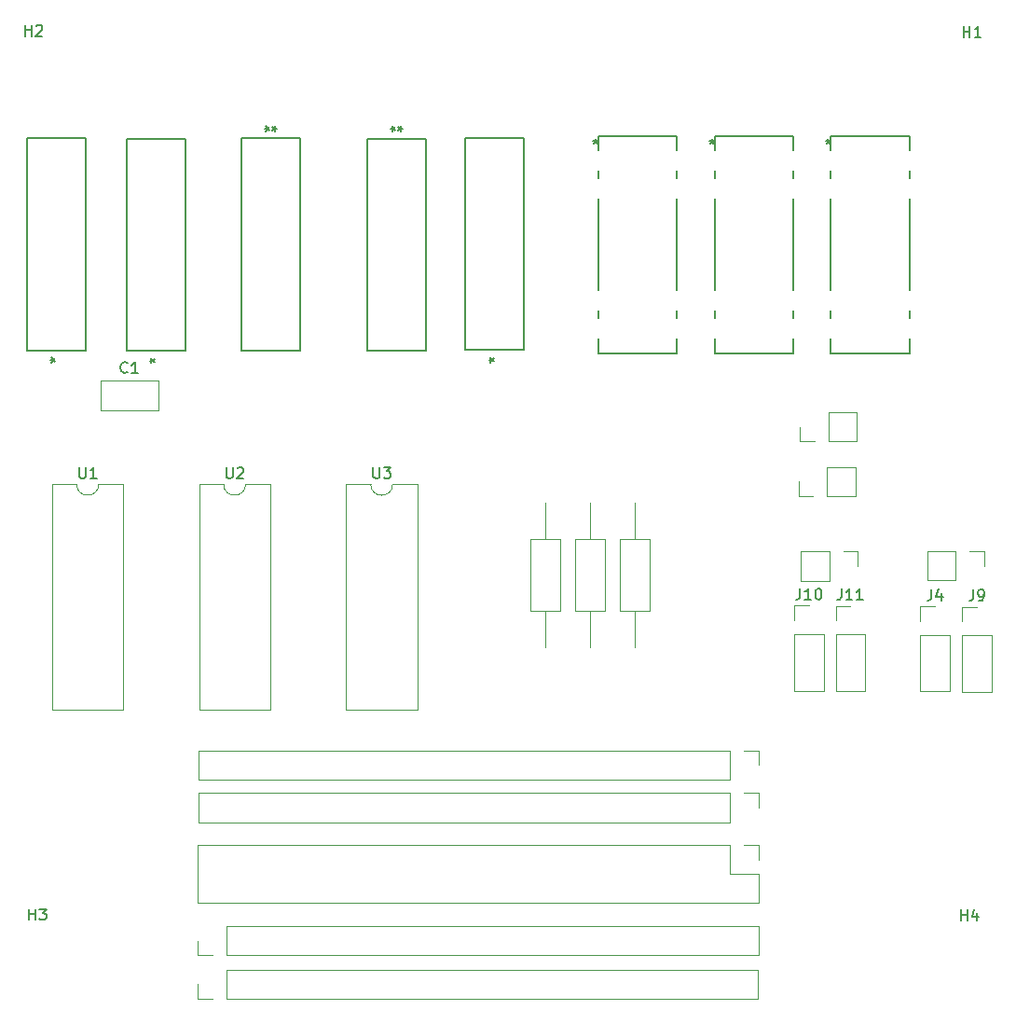
<source format=gbr>
%TF.GenerationSoftware,KiCad,Pcbnew,8.0.2*%
%TF.CreationDate,2024-05-08T16:39:50+01:00*%
%TF.ProjectId,VISIR_Lei_Ohm,56495349-525f-44c6-9569-5f4f686d2e6b,rev?*%
%TF.SameCoordinates,Original*%
%TF.FileFunction,Legend,Top*%
%TF.FilePolarity,Positive*%
%FSLAX46Y46*%
G04 Gerber Fmt 4.6, Leading zero omitted, Abs format (unit mm)*
G04 Created by KiCad (PCBNEW 8.0.2) date 2024-05-08 16:39:50*
%MOMM*%
%LPD*%
G01*
G04 APERTURE LIST*
%ADD10C,0.150000*%
%ADD11C,0.120000*%
%ADD12C,0.152400*%
%ADD13R,1.600000X1.600000*%
%ADD14O,1.600000X1.600000*%
%ADD15C,1.270000*%
%ADD16R,1.700000X1.700000*%
%ADD17O,1.700000X1.700000*%
%ADD18C,1.600000*%
%ADD19C,3.200000*%
G04 APERTURE END LIST*
D10*
X129868095Y-70904819D02*
X129868095Y-71714342D01*
X129868095Y-71714342D02*
X129915714Y-71809580D01*
X129915714Y-71809580D02*
X129963333Y-71857200D01*
X129963333Y-71857200D02*
X130058571Y-71904819D01*
X130058571Y-71904819D02*
X130249047Y-71904819D01*
X130249047Y-71904819D02*
X130344285Y-71857200D01*
X130344285Y-71857200D02*
X130391904Y-71809580D01*
X130391904Y-71809580D02*
X130439523Y-71714342D01*
X130439523Y-71714342D02*
X130439523Y-70904819D01*
X131439523Y-71904819D02*
X130868095Y-71904819D01*
X131153809Y-71904819D02*
X131153809Y-70904819D01*
X131153809Y-70904819D02*
X131058571Y-71047676D01*
X131058571Y-71047676D02*
X130963333Y-71142914D01*
X130963333Y-71142914D02*
X130868095Y-71190533D01*
X127214819Y-61175599D02*
X127452914Y-61175599D01*
X127357676Y-61413694D02*
X127452914Y-61175599D01*
X127452914Y-61175599D02*
X127357676Y-60937504D01*
X127643390Y-61318456D02*
X127452914Y-61175599D01*
X127452914Y-61175599D02*
X127643390Y-61032742D01*
X127214819Y-61175599D02*
X127452914Y-61175599D01*
X127357676Y-61413694D02*
X127452914Y-61175599D01*
X127452914Y-61175599D02*
X127357676Y-60937504D01*
X127643390Y-61318456D02*
X127452914Y-61175599D01*
X127452914Y-61175599D02*
X127643390Y-61032742D01*
X207266666Y-81974819D02*
X207266666Y-82689104D01*
X207266666Y-82689104D02*
X207219047Y-82831961D01*
X207219047Y-82831961D02*
X207123809Y-82927200D01*
X207123809Y-82927200D02*
X206980952Y-82974819D01*
X206980952Y-82974819D02*
X206885714Y-82974819D01*
X208171428Y-82308152D02*
X208171428Y-82974819D01*
X207933333Y-81927200D02*
X207695238Y-82641485D01*
X207695238Y-82641485D02*
X208314285Y-82641485D01*
X195340476Y-81914819D02*
X195340476Y-82629104D01*
X195340476Y-82629104D02*
X195292857Y-82771961D01*
X195292857Y-82771961D02*
X195197619Y-82867200D01*
X195197619Y-82867200D02*
X195054762Y-82914819D01*
X195054762Y-82914819D02*
X194959524Y-82914819D01*
X196340476Y-82914819D02*
X195769048Y-82914819D01*
X196054762Y-82914819D02*
X196054762Y-81914819D01*
X196054762Y-81914819D02*
X195959524Y-82057676D01*
X195959524Y-82057676D02*
X195864286Y-82152914D01*
X195864286Y-82152914D02*
X195769048Y-82200533D01*
X196959524Y-81914819D02*
X197054762Y-81914819D01*
X197054762Y-81914819D02*
X197150000Y-81962438D01*
X197150000Y-81962438D02*
X197197619Y-82010057D01*
X197197619Y-82010057D02*
X197245238Y-82105295D01*
X197245238Y-82105295D02*
X197292857Y-82295771D01*
X197292857Y-82295771D02*
X197292857Y-82533866D01*
X197292857Y-82533866D02*
X197245238Y-82724342D01*
X197245238Y-82724342D02*
X197197619Y-82819580D01*
X197197619Y-82819580D02*
X197150000Y-82867200D01*
X197150000Y-82867200D02*
X197054762Y-82914819D01*
X197054762Y-82914819D02*
X196959524Y-82914819D01*
X196959524Y-82914819D02*
X196864286Y-82867200D01*
X196864286Y-82867200D02*
X196816667Y-82819580D01*
X196816667Y-82819580D02*
X196769048Y-82724342D01*
X196769048Y-82724342D02*
X196721429Y-82533866D01*
X196721429Y-82533866D02*
X196721429Y-82295771D01*
X196721429Y-82295771D02*
X196769048Y-82105295D01*
X196769048Y-82105295D02*
X196816667Y-82010057D01*
X196816667Y-82010057D02*
X196864286Y-81962438D01*
X196864286Y-81962438D02*
X196959524Y-81914819D01*
X209938095Y-112054819D02*
X209938095Y-111054819D01*
X209938095Y-111531009D02*
X210509523Y-111531009D01*
X210509523Y-112054819D02*
X210509523Y-111054819D01*
X211414285Y-111388152D02*
X211414285Y-112054819D01*
X211176190Y-111007200D02*
X210938095Y-111721485D01*
X210938095Y-111721485D02*
X211557142Y-111721485D01*
X167074819Y-61155599D02*
X167312914Y-61155599D01*
X167217676Y-61393694D02*
X167312914Y-61155599D01*
X167312914Y-61155599D02*
X167217676Y-60917504D01*
X167503390Y-61298456D02*
X167312914Y-61155599D01*
X167312914Y-61155599D02*
X167503390Y-61012742D01*
X167074819Y-61155599D02*
X167312914Y-61155599D01*
X167217676Y-61393694D02*
X167312914Y-61155599D01*
X167312914Y-61155599D02*
X167217676Y-60917504D01*
X167503390Y-61298456D02*
X167312914Y-61155599D01*
X167312914Y-61155599D02*
X167503390Y-61012742D01*
X159225180Y-40184400D02*
X158987085Y-40184400D01*
X159082323Y-39946305D02*
X158987085Y-40184400D01*
X158987085Y-40184400D02*
X159082323Y-40422495D01*
X158796609Y-40041543D02*
X158987085Y-40184400D01*
X158987085Y-40184400D02*
X158796609Y-40327257D01*
X158134819Y-40184399D02*
X158372914Y-40184399D01*
X158277676Y-40422494D02*
X158372914Y-40184399D01*
X158372914Y-40184399D02*
X158277676Y-39946304D01*
X158563390Y-40327256D02*
X158372914Y-40184399D01*
X158372914Y-40184399D02*
X158563390Y-40041542D01*
X197880800Y-41137819D02*
X197880800Y-41375914D01*
X197642705Y-41280676D02*
X197880800Y-41375914D01*
X197880800Y-41375914D02*
X198118895Y-41280676D01*
X197737943Y-41566390D02*
X197880800Y-41375914D01*
X197880800Y-41375914D02*
X198023657Y-41566390D01*
X197880800Y-41137819D02*
X197880800Y-41375914D01*
X197642705Y-41280676D02*
X197880800Y-41375914D01*
X197880800Y-41375914D02*
X198118895Y-41280676D01*
X197737943Y-41566390D02*
X197880800Y-41375914D01*
X197880800Y-41375914D02*
X198023657Y-41566390D01*
X199090476Y-81944819D02*
X199090476Y-82659104D01*
X199090476Y-82659104D02*
X199042857Y-82801961D01*
X199042857Y-82801961D02*
X198947619Y-82897200D01*
X198947619Y-82897200D02*
X198804762Y-82944819D01*
X198804762Y-82944819D02*
X198709524Y-82944819D01*
X200090476Y-82944819D02*
X199519048Y-82944819D01*
X199804762Y-82944819D02*
X199804762Y-81944819D01*
X199804762Y-81944819D02*
X199709524Y-82087676D01*
X199709524Y-82087676D02*
X199614286Y-82182914D01*
X199614286Y-82182914D02*
X199519048Y-82230533D01*
X201042857Y-82944819D02*
X200471429Y-82944819D01*
X200757143Y-82944819D02*
X200757143Y-81944819D01*
X200757143Y-81944819D02*
X200661905Y-82087676D01*
X200661905Y-82087676D02*
X200566667Y-82182914D01*
X200566667Y-82182914D02*
X200471429Y-82230533D01*
X125288095Y-112004819D02*
X125288095Y-111004819D01*
X125288095Y-111481009D02*
X125859523Y-111481009D01*
X125859523Y-112004819D02*
X125859523Y-111004819D01*
X126240476Y-111004819D02*
X126859523Y-111004819D01*
X126859523Y-111004819D02*
X126526190Y-111385771D01*
X126526190Y-111385771D02*
X126669047Y-111385771D01*
X126669047Y-111385771D02*
X126764285Y-111433390D01*
X126764285Y-111433390D02*
X126811904Y-111481009D01*
X126811904Y-111481009D02*
X126859523Y-111576247D01*
X126859523Y-111576247D02*
X126859523Y-111814342D01*
X126859523Y-111814342D02*
X126811904Y-111909580D01*
X126811904Y-111909580D02*
X126764285Y-111957200D01*
X126764285Y-111957200D02*
X126669047Y-112004819D01*
X126669047Y-112004819D02*
X126383333Y-112004819D01*
X126383333Y-112004819D02*
X126288095Y-111957200D01*
X126288095Y-111957200D02*
X126240476Y-111909580D01*
X134233333Y-62259580D02*
X134185714Y-62307200D01*
X134185714Y-62307200D02*
X134042857Y-62354819D01*
X134042857Y-62354819D02*
X133947619Y-62354819D01*
X133947619Y-62354819D02*
X133804762Y-62307200D01*
X133804762Y-62307200D02*
X133709524Y-62211961D01*
X133709524Y-62211961D02*
X133661905Y-62116723D01*
X133661905Y-62116723D02*
X133614286Y-61926247D01*
X133614286Y-61926247D02*
X133614286Y-61783390D01*
X133614286Y-61783390D02*
X133661905Y-61592914D01*
X133661905Y-61592914D02*
X133709524Y-61497676D01*
X133709524Y-61497676D02*
X133804762Y-61402438D01*
X133804762Y-61402438D02*
X133947619Y-61354819D01*
X133947619Y-61354819D02*
X134042857Y-61354819D01*
X134042857Y-61354819D02*
X134185714Y-61402438D01*
X134185714Y-61402438D02*
X134233333Y-61450057D01*
X135185714Y-62354819D02*
X134614286Y-62354819D01*
X134900000Y-62354819D02*
X134900000Y-61354819D01*
X134900000Y-61354819D02*
X134804762Y-61497676D01*
X134804762Y-61497676D02*
X134709524Y-61592914D01*
X134709524Y-61592914D02*
X134614286Y-61640533D01*
X176780000Y-41137819D02*
X176780000Y-41375914D01*
X176541905Y-41280676D02*
X176780000Y-41375914D01*
X176780000Y-41375914D02*
X177018095Y-41280676D01*
X176637143Y-41566390D02*
X176780000Y-41375914D01*
X176780000Y-41375914D02*
X176922857Y-41566390D01*
X176780000Y-41137819D02*
X176780000Y-41375914D01*
X176541905Y-41280676D02*
X176780000Y-41375914D01*
X176780000Y-41375914D02*
X177018095Y-41280676D01*
X176637143Y-41566390D02*
X176780000Y-41375914D01*
X176780000Y-41375914D02*
X176922857Y-41566390D01*
X187330400Y-41137819D02*
X187330400Y-41375914D01*
X187092305Y-41280676D02*
X187330400Y-41375914D01*
X187330400Y-41375914D02*
X187568495Y-41280676D01*
X187187543Y-41566390D02*
X187330400Y-41375914D01*
X187330400Y-41375914D02*
X187473257Y-41566390D01*
X187330400Y-41137819D02*
X187330400Y-41375914D01*
X187092305Y-41280676D02*
X187330400Y-41375914D01*
X187330400Y-41375914D02*
X187568495Y-41280676D01*
X187187543Y-41566390D02*
X187330400Y-41375914D01*
X187330400Y-41375914D02*
X187473257Y-41566390D01*
X211066666Y-82024819D02*
X211066666Y-82739104D01*
X211066666Y-82739104D02*
X211019047Y-82881961D01*
X211019047Y-82881961D02*
X210923809Y-82977200D01*
X210923809Y-82977200D02*
X210780952Y-83024819D01*
X210780952Y-83024819D02*
X210685714Y-83024819D01*
X211590476Y-83024819D02*
X211780952Y-83024819D01*
X211780952Y-83024819D02*
X211876190Y-82977200D01*
X211876190Y-82977200D02*
X211923809Y-82929580D01*
X211923809Y-82929580D02*
X212019047Y-82786723D01*
X212019047Y-82786723D02*
X212066666Y-82596247D01*
X212066666Y-82596247D02*
X212066666Y-82215295D01*
X212066666Y-82215295D02*
X212019047Y-82120057D01*
X212019047Y-82120057D02*
X211971428Y-82072438D01*
X211971428Y-82072438D02*
X211876190Y-82024819D01*
X211876190Y-82024819D02*
X211685714Y-82024819D01*
X211685714Y-82024819D02*
X211590476Y-82072438D01*
X211590476Y-82072438D02*
X211542857Y-82120057D01*
X211542857Y-82120057D02*
X211495238Y-82215295D01*
X211495238Y-82215295D02*
X211495238Y-82453390D01*
X211495238Y-82453390D02*
X211542857Y-82548628D01*
X211542857Y-82548628D02*
X211590476Y-82596247D01*
X211590476Y-82596247D02*
X211685714Y-82643866D01*
X211685714Y-82643866D02*
X211876190Y-82643866D01*
X211876190Y-82643866D02*
X211971428Y-82596247D01*
X211971428Y-82596247D02*
X212019047Y-82548628D01*
X212019047Y-82548628D02*
X212066666Y-82453390D01*
X143218095Y-70904819D02*
X143218095Y-71714342D01*
X143218095Y-71714342D02*
X143265714Y-71809580D01*
X143265714Y-71809580D02*
X143313333Y-71857200D01*
X143313333Y-71857200D02*
X143408571Y-71904819D01*
X143408571Y-71904819D02*
X143599047Y-71904819D01*
X143599047Y-71904819D02*
X143694285Y-71857200D01*
X143694285Y-71857200D02*
X143741904Y-71809580D01*
X143741904Y-71809580D02*
X143789523Y-71714342D01*
X143789523Y-71714342D02*
X143789523Y-70904819D01*
X144218095Y-71000057D02*
X144265714Y-70952438D01*
X144265714Y-70952438D02*
X144360952Y-70904819D01*
X144360952Y-70904819D02*
X144599047Y-70904819D01*
X144599047Y-70904819D02*
X144694285Y-70952438D01*
X144694285Y-70952438D02*
X144741904Y-71000057D01*
X144741904Y-71000057D02*
X144789523Y-71095295D01*
X144789523Y-71095295D02*
X144789523Y-71190533D01*
X144789523Y-71190533D02*
X144741904Y-71333390D01*
X144741904Y-71333390D02*
X144170476Y-71904819D01*
X144170476Y-71904819D02*
X144789523Y-71904819D01*
X146684819Y-40164399D02*
X146922914Y-40164399D01*
X146827676Y-40402494D02*
X146922914Y-40164399D01*
X146922914Y-40164399D02*
X146827676Y-39926304D01*
X147113390Y-40307256D02*
X146922914Y-40164399D01*
X146922914Y-40164399D02*
X147113390Y-40021542D01*
X147775180Y-40164400D02*
X147537085Y-40164400D01*
X147632323Y-39926305D02*
X147537085Y-40164400D01*
X147537085Y-40164400D02*
X147632323Y-40402495D01*
X147346609Y-40021543D02*
X147537085Y-40164400D01*
X147537085Y-40164400D02*
X147346609Y-40307257D01*
X124938095Y-31754819D02*
X124938095Y-30754819D01*
X124938095Y-31231009D02*
X125509523Y-31231009D01*
X125509523Y-31754819D02*
X125509523Y-30754819D01*
X125938095Y-30850057D02*
X125985714Y-30802438D01*
X125985714Y-30802438D02*
X126080952Y-30754819D01*
X126080952Y-30754819D02*
X126319047Y-30754819D01*
X126319047Y-30754819D02*
X126414285Y-30802438D01*
X126414285Y-30802438D02*
X126461904Y-30850057D01*
X126461904Y-30850057D02*
X126509523Y-30945295D01*
X126509523Y-30945295D02*
X126509523Y-31040533D01*
X126509523Y-31040533D02*
X126461904Y-31183390D01*
X126461904Y-31183390D02*
X125890476Y-31754819D01*
X125890476Y-31754819D02*
X126509523Y-31754819D01*
X136264819Y-61215599D02*
X136502914Y-61215599D01*
X136407676Y-61453694D02*
X136502914Y-61215599D01*
X136502914Y-61215599D02*
X136407676Y-60977504D01*
X136693390Y-61358456D02*
X136502914Y-61215599D01*
X136502914Y-61215599D02*
X136693390Y-61072742D01*
X136264819Y-61215599D02*
X136502914Y-61215599D01*
X136407676Y-61453694D02*
X136502914Y-61215599D01*
X136502914Y-61215599D02*
X136407676Y-60977504D01*
X136693390Y-61358456D02*
X136502914Y-61215599D01*
X136502914Y-61215599D02*
X136693390Y-61072742D01*
X210188095Y-31854819D02*
X210188095Y-30854819D01*
X210188095Y-31331009D02*
X210759523Y-31331009D01*
X210759523Y-31854819D02*
X210759523Y-30854819D01*
X211759523Y-31854819D02*
X211188095Y-31854819D01*
X211473809Y-31854819D02*
X211473809Y-30854819D01*
X211473809Y-30854819D02*
X211378571Y-30997676D01*
X211378571Y-30997676D02*
X211283333Y-31092914D01*
X211283333Y-31092914D02*
X211188095Y-31140533D01*
X156568095Y-70904819D02*
X156568095Y-71714342D01*
X156568095Y-71714342D02*
X156615714Y-71809580D01*
X156615714Y-71809580D02*
X156663333Y-71857200D01*
X156663333Y-71857200D02*
X156758571Y-71904819D01*
X156758571Y-71904819D02*
X156949047Y-71904819D01*
X156949047Y-71904819D02*
X157044285Y-71857200D01*
X157044285Y-71857200D02*
X157091904Y-71809580D01*
X157091904Y-71809580D02*
X157139523Y-71714342D01*
X157139523Y-71714342D02*
X157139523Y-70904819D01*
X157520476Y-70904819D02*
X158139523Y-70904819D01*
X158139523Y-70904819D02*
X157806190Y-71285771D01*
X157806190Y-71285771D02*
X157949047Y-71285771D01*
X157949047Y-71285771D02*
X158044285Y-71333390D01*
X158044285Y-71333390D02*
X158091904Y-71381009D01*
X158091904Y-71381009D02*
X158139523Y-71476247D01*
X158139523Y-71476247D02*
X158139523Y-71714342D01*
X158139523Y-71714342D02*
X158091904Y-71809580D01*
X158091904Y-71809580D02*
X158044285Y-71857200D01*
X158044285Y-71857200D02*
X157949047Y-71904819D01*
X157949047Y-71904819D02*
X157663333Y-71904819D01*
X157663333Y-71904819D02*
X157568095Y-71857200D01*
X157568095Y-71857200D02*
X157520476Y-71809580D01*
D11*
%TO.C,U1*%
X127395000Y-72450000D02*
X127395000Y-92890000D01*
X127395000Y-92890000D02*
X133865000Y-92890000D01*
X129630000Y-72450000D02*
X127395000Y-72450000D01*
X133865000Y-72450000D02*
X131630000Y-72450000D01*
X133865000Y-92890000D02*
X133865000Y-72450000D01*
X131630000Y-72450000D02*
G75*
G02*
X129630000Y-72450000I-1000000J0D01*
G01*
D12*
%TO.C,K4*%
X125093000Y-41033400D02*
X125093000Y-60286600D01*
X125093000Y-60286600D02*
X130427000Y-60286600D01*
X130427000Y-41033400D02*
X125093000Y-41033400D01*
X130427000Y-60286600D02*
X130427000Y-41033400D01*
D11*
%TO.C,J8*%
X140660000Y-96620000D02*
X140660000Y-99280000D01*
X188980000Y-96620000D02*
X140660000Y-96620000D01*
X188980000Y-96620000D02*
X188980000Y-99280000D01*
X188980000Y-99280000D02*
X140660000Y-99280000D01*
X190250000Y-96620000D02*
X191580000Y-96620000D01*
X191580000Y-96620000D02*
X191580000Y-97950000D01*
%TO.C,J4*%
X206270000Y-83520000D02*
X207600000Y-83520000D01*
X206270000Y-84850000D02*
X206270000Y-83520000D01*
X206270000Y-86120000D02*
X206270000Y-91260000D01*
X206270000Y-86120000D02*
X208930000Y-86120000D01*
X206270000Y-91260000D02*
X208930000Y-91260000D01*
X208930000Y-86120000D02*
X208930000Y-91260000D01*
%TO.C,J10*%
X194820000Y-83460000D02*
X196150000Y-83460000D01*
X194820000Y-84790000D02*
X194820000Y-83460000D01*
X194820000Y-86060000D02*
X194820000Y-91200000D01*
X194820000Y-86060000D02*
X197480000Y-86060000D01*
X194820000Y-91200000D02*
X197480000Y-91200000D01*
X197480000Y-86060000D02*
X197480000Y-91200000D01*
%TO.C,R1*%
X170830000Y-77410000D02*
X170830000Y-83950000D01*
X170830000Y-83950000D02*
X173570000Y-83950000D01*
X172200000Y-74100000D02*
X172200000Y-77410000D01*
X172200000Y-87260000D02*
X172200000Y-83950000D01*
X173570000Y-77410000D02*
X170830000Y-77410000D01*
X173570000Y-83950000D02*
X173570000Y-77410000D01*
%TO.C,R3*%
X178930000Y-77410000D02*
X178930000Y-83950000D01*
X178930000Y-83950000D02*
X181670000Y-83950000D01*
X180300000Y-74100000D02*
X180300000Y-77410000D01*
X180300000Y-87260000D02*
X180300000Y-83950000D01*
X181670000Y-77410000D02*
X178930000Y-77410000D01*
X181670000Y-83950000D02*
X181670000Y-77410000D01*
%TO.C,MES3*%
X195380000Y-78540000D02*
X195380000Y-81200000D01*
X197980000Y-78540000D02*
X195380000Y-78540000D01*
X197980000Y-78540000D02*
X197980000Y-81200000D01*
X197980000Y-81200000D02*
X195380000Y-81200000D01*
X199250000Y-78540000D02*
X200580000Y-78540000D01*
X200580000Y-78540000D02*
X200580000Y-79870000D01*
D12*
%TO.C,K8*%
X164953000Y-41013400D02*
X164953000Y-60266600D01*
X164953000Y-60266600D02*
X170287000Y-60266600D01*
X170287000Y-41013400D02*
X164953000Y-41013400D01*
X170287000Y-60266600D02*
X170287000Y-41013400D01*
%TO.C,K7*%
X156013000Y-41073400D02*
X156013000Y-60326600D01*
X156013000Y-60326600D02*
X161347000Y-60326600D01*
X161347000Y-41073400D02*
X156013000Y-41073400D01*
X161347000Y-60326600D02*
X161347000Y-41073400D01*
D11*
%TO.C,J5*%
X140640000Y-115230000D02*
X140640000Y-113900000D01*
X141970000Y-115230000D02*
X140640000Y-115230000D01*
X143240000Y-112570000D02*
X191560000Y-112570000D01*
X143240000Y-115230000D02*
X143240000Y-112570000D01*
X143240000Y-115230000D02*
X191560000Y-115230000D01*
X191560000Y-115230000D02*
X191560000Y-112570000D01*
D12*
%TO.C,K3*%
X198122100Y-40832100D02*
X198122100Y-42142826D01*
X198122100Y-44017174D02*
X198122100Y-44682826D01*
X198122100Y-46557174D02*
X198122100Y-54842826D01*
X198122100Y-56717174D02*
X198122100Y-57382826D01*
X198122100Y-59257174D02*
X198122100Y-60567900D01*
X198122100Y-60567900D02*
X205259500Y-60567900D01*
X205259500Y-40832100D02*
X198122100Y-40832100D01*
X205259500Y-42142826D02*
X205259500Y-40832100D01*
X205259500Y-44682826D02*
X205259500Y-44017174D01*
X205259500Y-54842826D02*
X205259500Y-46557174D01*
X205259500Y-57382826D02*
X205259500Y-56717174D01*
X205259500Y-60567900D02*
X205259500Y-59257174D01*
D11*
%TO.C,J11*%
X198570000Y-83490000D02*
X199900000Y-83490000D01*
X198570000Y-84820000D02*
X198570000Y-83490000D01*
X198570000Y-86090000D02*
X198570000Y-91230000D01*
X198570000Y-86090000D02*
X201230000Y-86090000D01*
X198570000Y-91230000D02*
X201230000Y-91230000D01*
X201230000Y-86090000D02*
X201230000Y-91230000D01*
%TO.C,MES1*%
X206870000Y-78520000D02*
X206870000Y-81180000D01*
X209470000Y-78520000D02*
X206870000Y-78520000D01*
X209470000Y-78520000D02*
X209470000Y-81180000D01*
X209470000Y-81180000D02*
X206870000Y-81180000D01*
X210740000Y-78520000D02*
X212070000Y-78520000D01*
X212070000Y-78520000D02*
X212070000Y-79850000D01*
%TO.C,C1*%
X131780000Y-63030000D02*
X131780000Y-65770000D01*
X131780000Y-63030000D02*
X137020000Y-63030000D01*
X131780000Y-65770000D02*
X137020000Y-65770000D01*
X137020000Y-63030000D02*
X137020000Y-65770000D01*
%TO.C,R2*%
X174880000Y-77410000D02*
X174880000Y-83950000D01*
X174880000Y-83950000D02*
X177620000Y-83950000D01*
X176250000Y-74100000D02*
X176250000Y-77410000D01*
X176250000Y-87260000D02*
X176250000Y-83950000D01*
X177620000Y-77410000D02*
X174880000Y-77410000D01*
X177620000Y-83950000D02*
X177620000Y-77410000D01*
%TO.C,J1*%
X140650000Y-105230000D02*
X140650000Y-110430000D01*
X188970000Y-105230000D02*
X140650000Y-105230000D01*
X188970000Y-105230000D02*
X188970000Y-107830000D01*
X188970000Y-107830000D02*
X191570000Y-107830000D01*
X190240000Y-105230000D02*
X191570000Y-105230000D01*
X191570000Y-105230000D02*
X191570000Y-106560000D01*
X191570000Y-107830000D02*
X191570000Y-110430000D01*
X191570000Y-110430000D02*
X140650000Y-110430000D01*
D12*
%TO.C,K1*%
X177021300Y-40832100D02*
X177021300Y-42142826D01*
X177021300Y-44017174D02*
X177021300Y-44682826D01*
X177021300Y-46557174D02*
X177021300Y-54842826D01*
X177021300Y-56717174D02*
X177021300Y-57382826D01*
X177021300Y-59257174D02*
X177021300Y-60567900D01*
X177021300Y-60567900D02*
X184158700Y-60567900D01*
X184158700Y-40832100D02*
X177021300Y-40832100D01*
X184158700Y-42142826D02*
X184158700Y-40832100D01*
X184158700Y-44682826D02*
X184158700Y-44017174D01*
X184158700Y-54842826D02*
X184158700Y-46557174D01*
X184158700Y-57382826D02*
X184158700Y-56717174D01*
X184158700Y-60567900D02*
X184158700Y-59257174D01*
D11*
%TO.C,J2*%
X195195000Y-73530000D02*
X195195000Y-72200000D01*
X196525000Y-73530000D02*
X195195000Y-73530000D01*
X197795000Y-70870000D02*
X200395000Y-70870000D01*
X197795000Y-73530000D02*
X197795000Y-70870000D01*
X197795000Y-73530000D02*
X200395000Y-73530000D01*
X200395000Y-73530000D02*
X200395000Y-70870000D01*
D12*
%TO.C,K2*%
X187571700Y-40832100D02*
X187571700Y-42142826D01*
X187571700Y-44017174D02*
X187571700Y-44682826D01*
X187571700Y-46557174D02*
X187571700Y-54842826D01*
X187571700Y-56717174D02*
X187571700Y-57382826D01*
X187571700Y-59257174D02*
X187571700Y-60567900D01*
X187571700Y-60567900D02*
X194709100Y-60567900D01*
X194709100Y-40832100D02*
X187571700Y-40832100D01*
X194709100Y-42142826D02*
X194709100Y-40832100D01*
X194709100Y-44682826D02*
X194709100Y-44017174D01*
X194709100Y-54842826D02*
X194709100Y-46557174D01*
X194709100Y-57382826D02*
X194709100Y-56717174D01*
X194709100Y-60567900D02*
X194709100Y-59257174D01*
D11*
%TO.C,J3*%
X195295000Y-68580000D02*
X195295000Y-67250000D01*
X196625000Y-68580000D02*
X195295000Y-68580000D01*
X197895000Y-65920000D02*
X200495000Y-65920000D01*
X197895000Y-68580000D02*
X197895000Y-65920000D01*
X197895000Y-68580000D02*
X200495000Y-68580000D01*
X200495000Y-68580000D02*
X200495000Y-65920000D01*
%TO.C,J9*%
X210070000Y-83570000D02*
X211400000Y-83570000D01*
X210070000Y-84900000D02*
X210070000Y-83570000D01*
X210070000Y-86170000D02*
X210070000Y-91310000D01*
X210070000Y-86170000D02*
X212730000Y-86170000D01*
X210070000Y-91310000D02*
X212730000Y-91310000D01*
X212730000Y-86170000D02*
X212730000Y-91310000D01*
%TO.C,U2*%
X140745000Y-72450000D02*
X140745000Y-92890000D01*
X140745000Y-92890000D02*
X147215000Y-92890000D01*
X142980000Y-72450000D02*
X140745000Y-72450000D01*
X147215000Y-72450000D02*
X144980000Y-72450000D01*
X147215000Y-92890000D02*
X147215000Y-72450000D01*
X144980000Y-72450000D02*
G75*
G02*
X142980000Y-72450000I-1000000J0D01*
G01*
D12*
%TO.C,K6*%
X144563000Y-41053400D02*
X144563000Y-60306600D01*
X144563000Y-60306600D02*
X149897000Y-60306600D01*
X149897000Y-41053400D02*
X144563000Y-41053400D01*
X149897000Y-60306600D02*
X149897000Y-41053400D01*
%TO.C,K5*%
X134143000Y-41073400D02*
X134143000Y-60326600D01*
X134143000Y-60326600D02*
X139477000Y-60326600D01*
X139477000Y-41073400D02*
X134143000Y-41073400D01*
X139477000Y-60326600D02*
X139477000Y-41073400D01*
D11*
%TO.C,J6*%
X140610000Y-119180000D02*
X140610000Y-117850000D01*
X141940000Y-119180000D02*
X140610000Y-119180000D01*
X143210000Y-116520000D02*
X191530000Y-116520000D01*
X143210000Y-119180000D02*
X143210000Y-116520000D01*
X143210000Y-119180000D02*
X191530000Y-119180000D01*
X191530000Y-119180000D02*
X191530000Y-116520000D01*
%TO.C,U3*%
X154095000Y-72450000D02*
X154095000Y-92890000D01*
X154095000Y-92890000D02*
X160565000Y-92890000D01*
X156330000Y-72450000D02*
X154095000Y-72450000D01*
X160565000Y-72450000D02*
X158330000Y-72450000D01*
X160565000Y-92890000D02*
X160565000Y-72450000D01*
X158330000Y-72450000D02*
G75*
G02*
X156330000Y-72450000I-1000000J0D01*
G01*
%TO.C,J7*%
X140670000Y-100470000D02*
X140670000Y-103130000D01*
X188990000Y-100470000D02*
X140670000Y-100470000D01*
X188990000Y-100470000D02*
X188990000Y-103130000D01*
X188990000Y-103130000D02*
X140670000Y-103130000D01*
X190260000Y-100470000D02*
X191590000Y-100470000D01*
X191590000Y-100470000D02*
X191590000Y-101800000D01*
%TD*%
%LPC*%
D13*
%TO.C,U1*%
X125550000Y-73780000D03*
D14*
X125550000Y-76320000D03*
X125550000Y-78860000D03*
X125550000Y-81400000D03*
X125550000Y-83940000D03*
X125550000Y-86480000D03*
X125550000Y-89020000D03*
X125550000Y-91560000D03*
X135710000Y-91560000D03*
X135710000Y-89020000D03*
X135710000Y-86480000D03*
X135710000Y-83940000D03*
X135710000Y-81400000D03*
X135710000Y-78860000D03*
X135710000Y-76320000D03*
X135710000Y-73780000D03*
%TD*%
D15*
%TO.C,K4*%
X127760000Y-58280000D03*
X127760000Y-53200000D03*
X127760000Y-48120000D03*
X127760000Y-43040000D03*
%TD*%
D16*
%TO.C,J8*%
X190250000Y-97950000D03*
D17*
X187710000Y-97950000D03*
X185170000Y-97950000D03*
X182630000Y-97950000D03*
X180090000Y-97950000D03*
X177550000Y-97950000D03*
X175010000Y-97950000D03*
X172470000Y-97950000D03*
X169930000Y-97950000D03*
X167390000Y-97950000D03*
X164850000Y-97950000D03*
X162310000Y-97950000D03*
X159770000Y-97950000D03*
X157230000Y-97950000D03*
X154690000Y-97950000D03*
X152150000Y-97950000D03*
X149610000Y-97950000D03*
X147070000Y-97950000D03*
X144530000Y-97950000D03*
X141990000Y-97950000D03*
%TD*%
D16*
%TO.C,J4*%
X207600000Y-84850000D03*
D17*
X207600000Y-87390000D03*
X207600000Y-89930000D03*
%TD*%
D16*
%TO.C,J10*%
X196150000Y-84790000D03*
D17*
X196150000Y-87330000D03*
X196150000Y-89870000D03*
%TD*%
D18*
%TO.C,R1*%
X172200000Y-88300000D03*
D14*
X172200000Y-73060000D03*
%TD*%
D18*
%TO.C,R3*%
X180300000Y-88300000D03*
D14*
X180300000Y-73060000D03*
%TD*%
D19*
%TO.C,H4*%
X210700000Y-115800000D03*
%TD*%
D16*
%TO.C,MES3*%
X199250000Y-79870000D03*
D17*
X196710000Y-79870000D03*
%TD*%
D15*
%TO.C,K8*%
X167620000Y-58260000D03*
X167620000Y-53180000D03*
X167620000Y-48100000D03*
X167620000Y-43020000D03*
%TD*%
%TO.C,K7*%
X158680000Y-43080000D03*
X158680000Y-48160000D03*
X158680000Y-53240000D03*
X158680000Y-58320000D03*
%TD*%
D16*
%TO.C,J5*%
X141970000Y-113900000D03*
D17*
X144510000Y-113900000D03*
X147050000Y-113900000D03*
X149590000Y-113900000D03*
X152130000Y-113900000D03*
X154670000Y-113900000D03*
X157210000Y-113900000D03*
X159750000Y-113900000D03*
X162290000Y-113900000D03*
X164830000Y-113900000D03*
X167370000Y-113900000D03*
X169910000Y-113900000D03*
X172450000Y-113900000D03*
X174990000Y-113900000D03*
X177530000Y-113900000D03*
X180070000Y-113900000D03*
X182610000Y-113900000D03*
X185150000Y-113900000D03*
X187690000Y-113900000D03*
X190230000Y-113900000D03*
%TD*%
D15*
%TO.C,K3*%
X197880800Y-43080000D03*
X197880800Y-45620000D03*
X197880800Y-55780000D03*
X197880800Y-58320000D03*
X205500800Y-58320000D03*
X205500800Y-55780000D03*
X205500800Y-45620000D03*
X205500800Y-43080000D03*
%TD*%
D16*
%TO.C,J11*%
X199900000Y-84820000D03*
D17*
X199900000Y-87360000D03*
X199900000Y-89900000D03*
%TD*%
D16*
%TO.C,MES1*%
X210740000Y-79850000D03*
D17*
X208200000Y-79850000D03*
%TD*%
D19*
%TO.C,H3*%
X126050000Y-115750000D03*
%TD*%
D18*
%TO.C,C1*%
X133150000Y-64400000D03*
X135650000Y-64400000D03*
%TD*%
%TO.C,R2*%
X176250000Y-88300000D03*
D14*
X176250000Y-73060000D03*
%TD*%
D16*
%TO.C,J1*%
X190240000Y-106560000D03*
D17*
X190240000Y-109100000D03*
X187700000Y-106560000D03*
X187700000Y-109100000D03*
X185160000Y-106560000D03*
X185160000Y-109100000D03*
X182620000Y-106560000D03*
X182620000Y-109100000D03*
X180080000Y-106560000D03*
X180080000Y-109100000D03*
X177540000Y-106560000D03*
X177540000Y-109100000D03*
X175000000Y-106560000D03*
X175000000Y-109100000D03*
X172460000Y-106560000D03*
X172460000Y-109100000D03*
X169920000Y-106560000D03*
X169920000Y-109100000D03*
X167380000Y-106560000D03*
X167380000Y-109100000D03*
X164840000Y-106560000D03*
X164840000Y-109100000D03*
X162300000Y-106560000D03*
X162300000Y-109100000D03*
X159760000Y-106560000D03*
X159760000Y-109100000D03*
X157220000Y-106560000D03*
X157220000Y-109100000D03*
X154680000Y-106560000D03*
X154680000Y-109100000D03*
X152140000Y-106560000D03*
X152140000Y-109100000D03*
X149600000Y-106560000D03*
X149600000Y-109100000D03*
X147060000Y-106560000D03*
X147060000Y-109100000D03*
X144520000Y-106560000D03*
X144520000Y-109100000D03*
X141980000Y-106560000D03*
X141980000Y-109100000D03*
%TD*%
D15*
%TO.C,K1*%
X176780000Y-43080000D03*
X176780000Y-45620000D03*
X176780000Y-55780000D03*
X176780000Y-58320000D03*
X184400000Y-58320000D03*
X184400000Y-55780000D03*
X184400000Y-45620000D03*
X184400000Y-43080000D03*
%TD*%
D16*
%TO.C,J2*%
X196525000Y-72200000D03*
D17*
X199065000Y-72200000D03*
%TD*%
D15*
%TO.C,K2*%
X187330400Y-43080000D03*
X187330400Y-45620000D03*
X187330400Y-55780000D03*
X187330400Y-58320000D03*
X194950400Y-58320000D03*
X194950400Y-55780000D03*
X194950400Y-45620000D03*
X194950400Y-43080000D03*
%TD*%
D16*
%TO.C,J3*%
X196625000Y-67250000D03*
D17*
X199165000Y-67250000D03*
%TD*%
D16*
%TO.C,J9*%
X211400000Y-84900000D03*
D17*
X211400000Y-87440000D03*
X211400000Y-89980000D03*
%TD*%
D13*
%TO.C,U2*%
X138900000Y-73780000D03*
D14*
X138900000Y-76320000D03*
X138900000Y-78860000D03*
X138900000Y-81400000D03*
X138900000Y-83940000D03*
X138900000Y-86480000D03*
X138900000Y-89020000D03*
X138900000Y-91560000D03*
X149060000Y-91560000D03*
X149060000Y-89020000D03*
X149060000Y-86480000D03*
X149060000Y-83940000D03*
X149060000Y-81400000D03*
X149060000Y-78860000D03*
X149060000Y-76320000D03*
X149060000Y-73780000D03*
%TD*%
D15*
%TO.C,K6*%
X147230000Y-43060000D03*
X147230000Y-48140000D03*
X147230000Y-53220000D03*
X147230000Y-58300000D03*
%TD*%
D19*
%TO.C,H2*%
X125700000Y-35500000D03*
%TD*%
D15*
%TO.C,K5*%
X136810000Y-58320000D03*
X136810000Y-53240000D03*
X136810000Y-48160000D03*
X136810000Y-43080000D03*
%TD*%
D19*
%TO.C,H1*%
X210950000Y-35600000D03*
%TD*%
D16*
%TO.C,J6*%
X141940000Y-117850000D03*
D17*
X144480000Y-117850000D03*
X147020000Y-117850000D03*
X149560000Y-117850000D03*
X152100000Y-117850000D03*
X154640000Y-117850000D03*
X157180000Y-117850000D03*
X159720000Y-117850000D03*
X162260000Y-117850000D03*
X164800000Y-117850000D03*
X167340000Y-117850000D03*
X169880000Y-117850000D03*
X172420000Y-117850000D03*
X174960000Y-117850000D03*
X177500000Y-117850000D03*
X180040000Y-117850000D03*
X182580000Y-117850000D03*
X185120000Y-117850000D03*
X187660000Y-117850000D03*
X190200000Y-117850000D03*
%TD*%
D13*
%TO.C,U3*%
X152250000Y-73780000D03*
D14*
X152250000Y-76320000D03*
X152250000Y-78860000D03*
X152250000Y-81400000D03*
X152250000Y-83940000D03*
X152250000Y-86480000D03*
X152250000Y-89020000D03*
X152250000Y-91560000D03*
X162410000Y-91560000D03*
X162410000Y-89020000D03*
X162410000Y-86480000D03*
X162410000Y-83940000D03*
X162410000Y-81400000D03*
X162410000Y-78860000D03*
X162410000Y-76320000D03*
X162410000Y-73780000D03*
%TD*%
D16*
%TO.C,J7*%
X190260000Y-101800000D03*
D17*
X187720000Y-101800000D03*
X185180000Y-101800000D03*
X182640000Y-101800000D03*
X180100000Y-101800000D03*
X177560000Y-101800000D03*
X175020000Y-101800000D03*
X172480000Y-101800000D03*
X169940000Y-101800000D03*
X167400000Y-101800000D03*
X164860000Y-101800000D03*
X162320000Y-101800000D03*
X159780000Y-101800000D03*
X157240000Y-101800000D03*
X154700000Y-101800000D03*
X152160000Y-101800000D03*
X149620000Y-101800000D03*
X147080000Y-101800000D03*
X144540000Y-101800000D03*
X142000000Y-101800000D03*
%TD*%
%LPD*%
M02*

</source>
